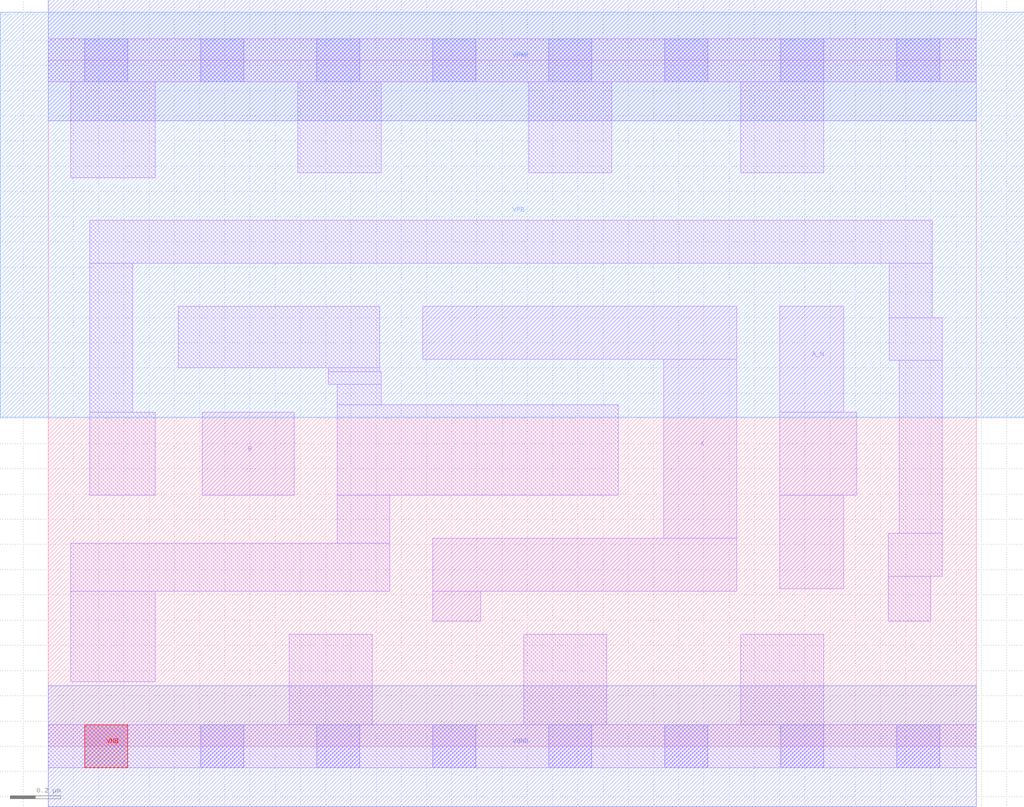
<source format=lef>
# Copyright 2020 The SkyWater PDK Authors
#
# Licensed under the Apache License, Version 2.0 (the "License");
# you may not use this file except in compliance with the License.
# You may obtain a copy of the License at
#
#     https://www.apache.org/licenses/LICENSE-2.0
#
# Unless required by applicable law or agreed to in writing, software
# distributed under the License is distributed on an "AS IS" BASIS,
# WITHOUT WARRANTIES OR CONDITIONS OF ANY KIND, either express or implied.
# See the License for the specific language governing permissions and
# limitations under the License.
#
# SPDX-License-Identifier: Apache-2.0

VERSION 5.7 ;
  NOWIREEXTENSIONATPIN ON ;
  DIVIDERCHAR "/" ;
  BUSBITCHARS "[]" ;
MACRO sky130_fd_sc_hd__and2b_4
  CLASS CORE ;
  FOREIGN sky130_fd_sc_hd__and2b_4 ;
  ORIGIN  0.000000  0.000000 ;
  SIZE  3.680000 BY  2.720000 ;
  SYMMETRY X Y R90 ;
  SITE unithd ;
  PIN A_N
    ANTENNAGATEAREA  0.126000 ;
    DIRECTION INPUT ;
    USE SIGNAL ;
    PORT
      LAYER li1 ;
        RECT 2.900000 0.625000 3.155000 0.995000 ;
        RECT 2.900000 0.995000 3.205000 1.325000 ;
        RECT 2.900000 1.325000 3.155000 1.745000 ;
    END
  END A_N
  PIN B
    ANTENNAGATEAREA  0.247500 ;
    DIRECTION INPUT ;
    USE SIGNAL ;
    PORT
      LAYER li1 ;
        RECT 0.610000 0.995000 0.975000 1.325000 ;
    END
  END B
  PIN VNB
    PORT
      LAYER pwell ;
        RECT 0.145000 -0.085000 0.315000 0.085000 ;
    END
  END VNB
  PIN VPB
    PORT
      LAYER nwell ;
        RECT -0.190000 1.305000 3.870000 2.910000 ;
    END
  END VPB
  PIN X
    ANTENNADIFFAREA  0.934000 ;
    DIRECTION OUTPUT ;
    USE SIGNAL ;
    PORT
      LAYER li1 ;
        RECT 1.485000 1.535000 2.730000 1.745000 ;
        RECT 1.525000 0.495000 1.715000 0.615000 ;
        RECT 1.525000 0.615000 2.730000 0.825000 ;
        RECT 2.440000 0.825000 2.730000 1.535000 ;
    END
  END X
  PIN VGND
    DIRECTION INOUT ;
    SHAPE ABUTMENT ;
    USE GROUND ;
    PORT
      LAYER met1 ;
        RECT 0.000000 -0.240000 3.680000 0.240000 ;
    END
  END VGND
  PIN VPWR
    DIRECTION INOUT ;
    SHAPE ABUTMENT ;
    USE POWER ;
    PORT
      LAYER met1 ;
        RECT 0.000000 2.480000 3.680000 2.960000 ;
    END
  END VPWR
  OBS
    LAYER li1 ;
      RECT 0.000000 -0.085000 3.680000 0.085000 ;
      RECT 0.000000  2.635000 3.680000 2.805000 ;
      RECT 0.090000  0.255000 0.425000 0.615000 ;
      RECT 0.090000  0.615000 1.355000 0.805000 ;
      RECT 0.090000  2.255000 0.425000 2.635000 ;
      RECT 0.165000  0.995000 0.425000 1.325000 ;
      RECT 0.165000  1.325000 0.335000 1.915000 ;
      RECT 0.165000  1.915000 3.505000 2.085000 ;
      RECT 0.515000  1.500000 1.315000 1.745000 ;
      RECT 0.955000  0.085000 1.285000 0.445000 ;
      RECT 0.990000  2.275000 1.320000 2.635000 ;
      RECT 1.110000  1.435000 1.320000 1.485000 ;
      RECT 1.110000  1.485000 1.315000 1.500000 ;
      RECT 1.145000  0.805000 1.355000 0.995000 ;
      RECT 1.145000  0.995000 2.260000 1.355000 ;
      RECT 1.145000  1.355000 1.320000 1.435000 ;
      RECT 1.885000  0.085000 2.215000 0.445000 ;
      RECT 1.905000  2.275000 2.235000 2.635000 ;
      RECT 2.745000  0.085000 3.075000 0.445000 ;
      RECT 2.745000  2.275000 3.075000 2.635000 ;
      RECT 3.330000  0.495000 3.500000 0.675000 ;
      RECT 3.330000  0.675000 3.545000 0.845000 ;
      RECT 3.335000  1.530000 3.545000 1.700000 ;
      RECT 3.335000  1.700000 3.505000 1.915000 ;
      RECT 3.375000  0.845000 3.545000 1.530000 ;
    LAYER mcon ;
      RECT 0.145000 -0.085000 0.315000 0.085000 ;
      RECT 0.145000  2.635000 0.315000 2.805000 ;
      RECT 0.605000 -0.085000 0.775000 0.085000 ;
      RECT 0.605000  2.635000 0.775000 2.805000 ;
      RECT 1.065000 -0.085000 1.235000 0.085000 ;
      RECT 1.065000  2.635000 1.235000 2.805000 ;
      RECT 1.525000 -0.085000 1.695000 0.085000 ;
      RECT 1.525000  2.635000 1.695000 2.805000 ;
      RECT 1.985000 -0.085000 2.155000 0.085000 ;
      RECT 1.985000  2.635000 2.155000 2.805000 ;
      RECT 2.445000 -0.085000 2.615000 0.085000 ;
      RECT 2.445000  2.635000 2.615000 2.805000 ;
      RECT 2.905000 -0.085000 3.075000 0.085000 ;
      RECT 2.905000  2.635000 3.075000 2.805000 ;
      RECT 3.365000 -0.085000 3.535000 0.085000 ;
      RECT 3.365000  2.635000 3.535000 2.805000 ;
  END
END sky130_fd_sc_hd__and2b_4
END LIBRARY

</source>
